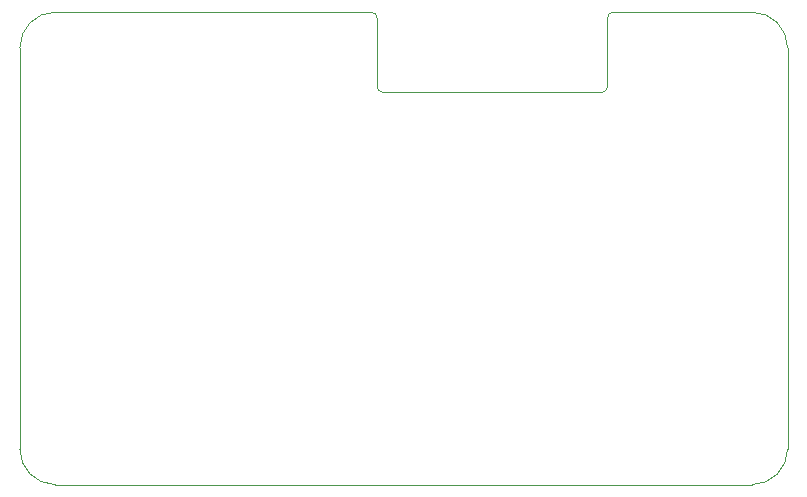
<source format=gbr>
G04 #@! TF.FileFunction,Profile,NP*
%FSLAX46Y46*%
G04 Gerber Fmt 4.6, Leading zero omitted, Abs format (unit mm)*
G04 Created by KiCad (PCBNEW 4.0.6) date Sun Aug 12 18:17:32 2018*
%MOMM*%
%LPD*%
G01*
G04 APERTURE LIST*
%ADD10C,0.100000*%
G04 APERTURE END LIST*
D10*
X49250000Y33200000D02*
G75*
G03X49750000Y33700000I0J500000D01*
G01*
X30250000Y33700000D02*
G75*
G03X30750000Y33200000I500000J0D01*
G01*
X62000000Y40000000D02*
X50250000Y40000000D01*
X50250000Y40000000D02*
G75*
G03X49750000Y39500000I0J-500000D01*
G01*
X30250000Y39500000D02*
G75*
G03X29750000Y40000000I-500000J0D01*
G01*
X49750000Y33700000D02*
X49750000Y39500000D01*
X30750000Y33200000D02*
X49250000Y33200000D01*
X30250000Y39500000D02*
X30250000Y33700000D01*
X3000000Y40000000D02*
X29750000Y40000000D01*
X0Y3000000D02*
G75*
G03X3000000Y0I3000000J0D01*
G01*
X62000000Y0D02*
G75*
G03X65000000Y3000000I0J3000000D01*
G01*
X65000000Y37000000D02*
G75*
G03X62000000Y40000000I-3000000J0D01*
G01*
X3000000Y40000000D02*
G75*
G03X0Y37000000I0J-3000000D01*
G01*
X0Y3000000D02*
X0Y37000000D01*
X62000000Y0D02*
X3000000Y0D01*
X65000000Y37000000D02*
X65000000Y3000000D01*
M02*

</source>
